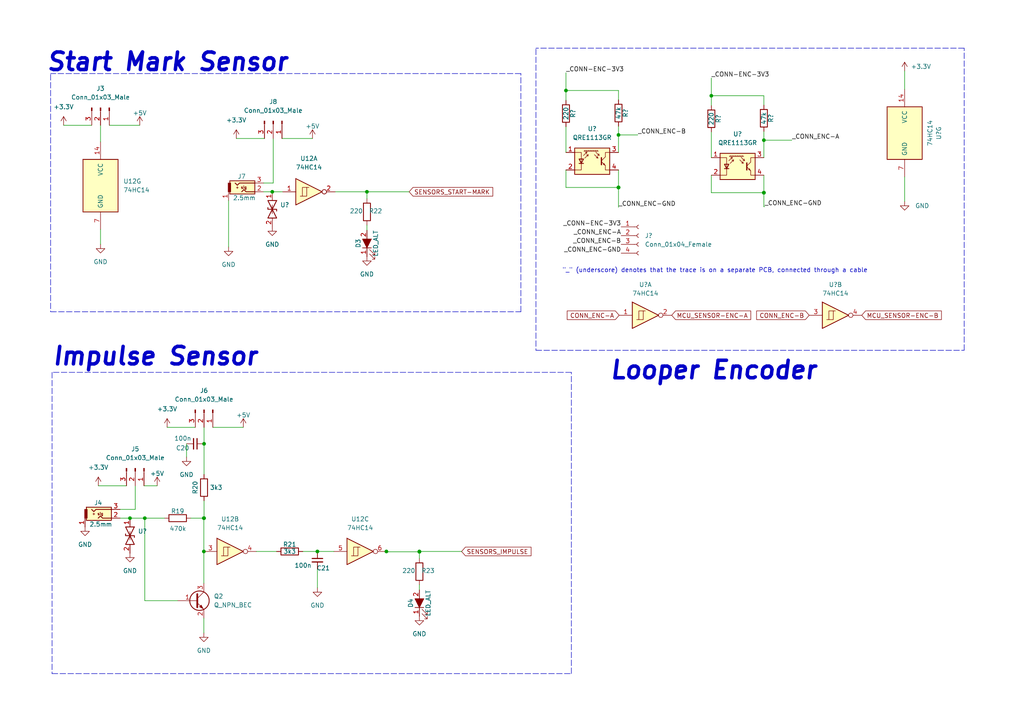
<source format=kicad_sch>
(kicad_sch (version 20211123) (generator eeschema)
  (paper "A4")
  (lib_symbols
    (symbol "74xx:74HC14" (pin_names (offset 1.016))
      (property "Reference" "U" (at 0 1.27 0))
      (property "Value" "74HC14" (at 0 -1.27 0))
      (symbol "74HC14_1_0"
        (polyline (pts (xy -3.81 3.81) (xy -3.81 -3.81) (xy 3.81 0) (xy -3.81 3.81)) (stroke (width 0.254)) (fill (type background)))
        (pin input line (at -7.62 0 0) (length 3.81) (name "~") (number "1"))
        (pin output inverted (at 7.62 0 180) (length 3.81) (name "~") (number "2"))
      )
      (symbol "74HC14_1_1"
        (polyline (pts (xy -1.905 -1.27) (xy -1.905 1.27) (xy -0.635 1.27)))
        (polyline (pts (xy -2.54 -1.27) (xy -0.635 -1.27) (xy -0.635 1.27) (xy 0 1.27)))
      )
      (symbol "74HC14_2_0"
        (polyline (pts (xy -3.81 3.81) (xy -3.81 -3.81) (xy 3.81 0) (xy -3.81 3.81)) (stroke (width 0.254)) (fill (type background)))
        (pin input line (at -7.62 0 0) (length 3.81) (name "~") (number "3"))
        (pin output inverted (at 7.62 0 180) (length 3.81) (name "~") (number "4"))
      )
      (symbol "74HC14_2_1"
        (polyline (pts (xy -1.905 -1.27) (xy -1.905 1.27) (xy -0.635 1.27)))
        (polyline (pts (xy -2.54 -1.27) (xy -0.635 -1.27) (xy -0.635 1.27) (xy 0 1.27)))
      )
      (symbol "74HC14_3_0"
        (polyline (pts (xy -3.81 3.81) (xy -3.81 -3.81) (xy 3.81 0) (xy -3.81 3.81)) (stroke (width 0.254)) (fill (type background)))
        (pin input line (at -7.62 0 0) (length 3.81) (name "~") (number "5"))
        (pin output inverted (at 7.62 0 180) (length 3.81) (name "~") (number "6"))
      )
      (symbol "74HC14_3_1"
        (polyline (pts (xy -1.905 -1.27) (xy -1.905 1.27) (xy -0.635 1.27)))
        (polyline (pts (xy -2.54 -1.27) (xy -0.635 -1.27) (xy -0.635 1.27) (xy 0 1.27)))
      )
      (symbol "74HC14_4_0"
        (polyline (pts (xy -3.81 3.81) (xy -3.81 -3.81) (xy 3.81 0) (xy -3.81 3.81)) (stroke (width 0.254)) (fill (type background)))
        (pin output inverted (at 7.62 0 180) (length 3.81) (name "~") (number "8"))
        (pin input line (at -7.62 0 0) (length 3.81) (name "~") (number "9"))
      )
      (symbol "74HC14_4_1"
        (polyline (pts (xy -1.905 -1.27) (xy -1.905 1.27) (xy -0.635 1.27)))
        (polyline (pts (xy -2.54 -1.27) (xy -0.635 -1.27) (xy -0.635 1.27) (xy 0 1.27)))
      )
      (symbol "74HC14_5_0"
        (polyline (pts (xy -3.81 3.81) (xy -3.81 -3.81) (xy 3.81 0) (xy -3.81 3.81)) (stroke (width 0.254)) (fill (type background)))
        (pin output inverted (at 7.62 0 180) (length 3.81) (name "~") (number "10"))
        (pin input line (at -7.62 0 0) (length 3.81) (name "~") (number "11"))
      )
      (symbol "74HC14_5_1"
        (polyline (pts (xy -1.905 -1.27) (xy -1.905 1.27) (xy -0.635 1.27)))
        (polyline (pts (xy -2.54 -1.27) (xy -0.635 -1.27) (xy -0.635 1.27) (xy 0 1.27)))
      )
      (symbol "74HC14_6_0"
        (polyline (pts (xy -3.81 3.81) (xy -3.81 -3.81) (xy 3.81 0) (xy -3.81 3.81)) (stroke (width 0.254)) (fill (type background)))
        (pin output inverted (at 7.62 0 180) (length 3.81) (name "~") (number "12"))
        (pin input line (at -7.62 0 0) (length 3.81) (name "~") (number "13"))
      )
      (symbol "74HC14_6_1"
        (polyline (pts (xy -1.905 -1.27) (xy -1.905 1.27) (xy -0.635 1.27)))
        (polyline (pts (xy -2.54 -1.27) (xy -0.635 -1.27) (xy -0.635 1.27) (xy 0 1.27)))
      )
      (symbol "74HC14_7_0"
        (pin power_in line (at 0 12.7 270) (length 5.08) (name "VCC") (number "14"))
        (pin power_in line (at 0 -12.7 90) (length 5.08) (name "GND") (number "7"))
      )
      (symbol "74HC14_7_1"
        (rectangle (start -5.08 7.62) (end 5.08 -7.62) (stroke (width 0.254)) (fill (type background)))
      )
    )
    (symbol "Connector:Conn_01x03_Male" (pin_names (offset 1.016) hide)
      (property "Reference" "J" (at 0 5.08 0))
      (property "Value" "Conn_01x03_Male" (at 0 -5.08 0))
      (symbol "Conn_01x03_Male_1_1"
        (polyline (pts (xy 1.27 -2.54) (xy 0.8636 -2.54)) (stroke (width 0.1524)))
        (polyline (pts (xy 1.27 0) (xy 0.8636 0)) (stroke (width 0.1524)))
        (polyline (pts (xy 1.27 2.54) (xy 0.8636 2.54)) (stroke (width 0.1524)))
        (rectangle (start 0.8636 -2.413) (end 0 -2.667) (stroke (width 0.1524)) (fill (type outline)))
        (rectangle (start 0.8636 0.127) (end 0 -0.127) (stroke (width 0.1524)) (fill (type outline)))
        (rectangle (start 0.8636 2.667) (end 0 2.413) (stroke (width 0.1524)) (fill (type outline)))
        (pin passive line (at 5.08 2.54 180) (length 3.81) (name "Pin_1") (number "1"))
        (pin passive line (at 5.08 0 180) (length 3.81) (name "Pin_2") (number "2"))
        (pin passive line (at 5.08 -2.54 180) (length 3.81) (name "Pin_3") (number "3"))
      )
    )
    (symbol "Connector:Conn_01x04_Female" (pin_names (offset 1.016) hide)
      (property "Reference" "J" (at 0 5.08 0))
      (property "Value" "Conn_01x04_Female" (at 0 -7.62 0))
      (symbol "Conn_01x04_Female_1_1"
        (arc (start 0 -4.572) (mid -0.508 -5.08) (end 0 -5.588) (stroke (width 0.1524)))
        (arc (start 0 -2.032) (mid -0.508 -2.54) (end 0 -3.048) (stroke (width 0.1524)))
        (polyline (pts (xy -1.27 -5.08) (xy -0.508 -5.08)) (stroke (width 0.1524)))
        (polyline (pts (xy -1.27 -2.54) (xy -0.508 -2.54)) (stroke (width 0.1524)))
        (polyline (pts (xy -1.27 0) (xy -0.508 0)) (stroke (width 0.1524)))
        (polyline (pts (xy -1.27 2.54) (xy -0.508 2.54)) (stroke (width 0.1524)))
        (arc (start 0 0.508) (mid -0.508 0) (end 0 -0.508) (stroke (width 0.1524)))
        (arc (start 0 3.048) (mid -0.508 2.54) (end 0 2.032) (stroke (width 0.1524)))
        (pin passive line (at -5.08 2.54 0) (length 3.81) (name "Pin_1") (number "1"))
        (pin passive line (at -5.08 0 0) (length 3.81) (name "Pin_2") (number "2"))
        (pin passive line (at -5.08 -2.54 0) (length 3.81) (name "Pin_3") (number "3"))
        (pin passive line (at -5.08 -5.08 0) (length 3.81) (name "Pin_4") (number "4"))
      )
    )
    (symbol "Device:Q_NPN_BEC" (pin_names (offset 0) hide)
      (property "Reference" "Q" (at 5.08 1.27 0))
      (property "Value" "Q_NPN_BEC" (at 5.08 -1.27 0))
      (symbol "Q_NPN_BEC_0_1"
        (polyline (pts (xy 0.635 0.635) (xy 2.54 2.54)))
        (polyline (pts (xy 0.635 -0.635) (xy 2.54 -2.54) (xy 2.54 -2.54)))
        (polyline (pts (xy 0.635 1.905) (xy 0.635 -1.905) (xy 0.635 -1.905)) (stroke (width 0.508)))
        (polyline (pts (xy 1.27 -1.778) (xy 1.778 -1.27) (xy 2.286 -2.286) (xy 1.27 -1.778) (xy 1.27 -1.778)) (fill (type outline)))
        (circle (center 1.27 0) (radius 2.8194) (stroke (width 0.254)))
      )
      (symbol "Q_NPN_BEC_1_1"
        (pin input line (at -5.08 0 0) (length 5.715) (name "B") (number "1"))
        (pin passive line (at 2.54 -5.08 90) (length 2.54) (name "E") (number "2"))
        (pin passive line (at 2.54 5.08 270) (length 2.54) (name "C") (number "3"))
      )
    )
    (symbol "OpenCelluloid-rescue:C-Device-upuaut_2Nils-rescue" (pin_numbers hide) (pin_names (offset 0.254))
      (property "Reference" "C" (at 0.635 2.54 0))
      (property "Value" "C-Device-upuaut_2Nils-rescue" (at 0.635 -2.54 0))
      (symbol "C-Device-upuaut_2Nils-rescue_0_1"
        (polyline (pts (xy -2.032 -0.762) (xy 2.032 -0.762)) (stroke (width 0.508)))
        (polyline (pts (xy -2.032 0.762) (xy 2.032 0.762)) (stroke (width 0.508)))
      )
      (symbol "C-Device-upuaut_2Nils-rescue_1_1"
        (pin passive line (at 0 3.81 270) (length 2.794) (name "~") (number "1"))
        (pin passive line (at 0 -3.81 90) (length 2.794) (name "~") (number "2"))
      )
    )
    (symbol "OpenCelluloid-rescue:GND-power-upuaut_2Nils-rescue" (power) (pin_names (offset 0))
      (property "Value" "GND-power-upuaut_2Nils-rescue" (at 0 -3.81 0))
      (symbol "GND-power-upuaut_2Nils-rescue_0_1"
        (polyline (pts (xy 0 0) (xy 0 -1.27) (xy 1.27 -1.27) (xy 0 -2.54) (xy -1.27 -1.27) (xy 0 -1.27)))
      )
      (symbol "GND-power-upuaut_2Nils-rescue_1_1"
        (pin power_in line (at 0 0 270) (length 0) hide (name "GND") (number "1"))
      )
    )
    (symbol "OpenCelluloid-rescue:PEC12R-ENCODER-knownParts" (pin_names (offset 1.016))
      (property "Reference" "SW" (at 2.54 -7.62 0))
      (property "Value" "PEC12R-ENCODER-knownParts" (at 3.81 -11.43 0))
      (symbol "PEC12R-ENCODER-knownParts_0_1"
        (rectangle (start -12.7 -1.27) (end 19.05 -13.97) (fill (type background)))
      )
      (symbol "PEC12R-ENCODER-knownParts_1_1"
        (pin input line (at -15.24 -2.54 0) (length 2.54) (name "CHANNEL-A") (number "1"))
        (pin input line (at -15.24 -5.08 0) (length 2.54) (name "GND") (number "2"))
        (pin input line (at -15.24 -7.62 0) (length 2.54) (name "CHANNEL-B") (number "3"))
        (pin input line (at 21.59 -5.08 180) (length 2.54) (name "VCC") (number "4"))
        (pin input line (at 21.59 -2.54 180) (length 2.54) (name "BUTTON") (number "5"))
      )
    )
    (symbol "OpenCelluloid-rescue:R-Device-upuaut_2Nils-rescue" (pin_numbers hide) (pin_names (offset 0))
      (property "Reference" "R" (at 2.032 0 90))
      (property "Value" "R-Device-upuaut_2Nils-rescue" (at 0 0 90))
      (symbol "R-Device-upuaut_2Nils-rescue_0_1"
        (rectangle (start -1.016 -2.54) (end 1.016 2.54) (stroke (width 0.254)))
      )
      (symbol "R-Device-upuaut_2Nils-rescue_1_1"
        (pin passive line (at 0 3.81 270) (length 1.27) (name "~") (number "1"))
        (pin passive line (at 0 -3.81 90) (length 1.27) (name "~") (number "2"))
      )
    )
    (symbol "Sensor_Proximity:QRE1113GR" (pin_names (offset 0.0254) hide)
      (property "Reference" "U" (at -3.81 5.08 0))
      (property "Value" "QRE1113GR" (at 11.43 5.08 0))
      (symbol "QRE1113GR_0_1"
        (polyline (pts (xy -3.81 -0.635) (xy -2.54 -0.635)) (stroke (width 0.254)))
        (polyline (pts (xy -2.286 2.921) (xy -2.032 3.175)))
        (polyline (pts (xy -1.778 2.921) (xy -1.524 3.175)))
        (polyline (pts (xy -1.524 2.667) (xy -1.651 2.159)))
        (polyline (pts (xy -1.27 2.921) (xy -1.016 3.175)))
        (polyline (pts (xy -1.143 1.905) (xy -1.27 1.397)))
        (polyline (pts (xy -0.762 2.921) (xy -0.508 3.175)))
        (polyline (pts (xy -0.254 2.921) (xy 0 3.175)))
        (polyline (pts (xy 0.254 2.921) (xy 0.508 3.175)))
        (polyline (pts (xy 0.762 2.921) (xy 1.016 3.175)))
        (polyline (pts (xy 1.27 2.921) (xy 1.524 3.175)))
        (polyline (pts (xy 1.651 0.889) (xy 1.143 1.016)))
        (polyline (pts (xy 1.778 2.921) (xy -2.413 2.921)))
        (polyline (pts (xy 2.032 1.651) (xy 1.524 1.778)))
        (polyline (pts (xy 2.667 -0.127) (xy 3.81 -1.27)))
        (polyline (pts (xy 2.667 0.127) (xy 3.81 1.27)))
        (polyline (pts (xy -2.54 1.651) (xy -1.524 2.667) (xy -2.032 2.54)))
        (polyline (pts (xy -2.159 0.889) (xy -1.143 1.905) (xy -1.651 1.778)))
        (polyline (pts (xy 0.635 1.905) (xy 1.651 0.889) (xy 1.524 1.397)))
        (polyline (pts (xy 1.016 2.667) (xy 2.032 1.651) (xy 1.905 2.159)))
        (polyline (pts (xy 2.667 1.016) (xy 2.667 -1.016) (xy 2.667 -1.016)) (stroke (width 0.3556)))
        (polyline (pts (xy 3.81 -1.27) (xy 3.81 -2.54) (xy 5.08 -2.54)))
        (polyline (pts (xy 3.81 1.27) (xy 3.81 2.54) (xy 5.08 2.54)))
        (polyline (pts (xy -5.08 -2.54) (xy -3.175 -2.54) (xy -3.175 2.54) (xy -5.08 2.54)))
        (polyline (pts (xy -3.175 -0.635) (xy -3.81 0.635) (xy -2.54 0.635) (xy -3.175 -0.635)) (stroke (width 0.254)))
        (polyline (pts (xy 3.683 -1.143) (xy 3.429 -0.635) (xy 3.175 -0.889) (xy 3.683 -1.143)))
        (polyline (pts (xy -5.08 -3.81) (xy 5.08 -3.81) (xy 5.08 3.81) (xy -5.08 3.81) (xy -5.08 -3.81)) (stroke (width 0.254)) (fill (type background)))
      )
      (symbol "QRE1113GR_1_1"
        (pin passive line (at -7.62 2.54 0) (length 2.54) (name "A") (number "1"))
        (pin passive line (at -7.62 -2.54 0) (length 2.54) (name "K") (number "2"))
        (pin open_collector line (at 7.62 2.54 180) (length 2.54) (name "~") (number "3"))
        (pin open_emitter line (at 7.62 -2.54 180) (length 2.54) (name "~") (number "4"))
      )
    )
    (symbol "Synkino-rescue:Conn_01x03_Male" (pin_names (offset 1.016) hide)
      (property "Reference" "J" (at 0 5.08 0))
      (property "Value" "Conn_01x03_Male" (at 0 -5.08 0))
      (symbol "Conn_01x03_Male_1_1"
        (polyline (pts (xy 1.27 -2.54) (xy 0.8636 -2.54)) (stroke (width 0.1524)))
        (polyline (pts (xy 1.27 0) (xy 0.8636 0)) (stroke (width 0.1524)))
        (polyline (pts (xy 1.27 2.54) (xy 0.8636 2.54)) (stroke (width 0.1524)))
        (rectangle (start 0.8636 -2.413) (end 0 -2.667) (stroke (width 0.1524)) (fill (type outline)))
        (rectangle (start 0.8636 0.127) (end 0 -0.127) (stroke (width 0.1524)) (fill (type outline)))
        (rectangle (start 0.8636 2.667) (end 0 2.413) (stroke (width 0.1524)) (fill (type outline)))
        (pin passive line (at 5.08 2.54 180) (length 3.81) (name "Pin_1") (number "1"))
        (pin passive line (at 5.08 0 180) (length 3.81) (name "Pin_2") (number "2"))
        (pin passive line (at 5.08 -2.54 180) (length 3.81) (name "Pin_3") (number "3"))
      )
    )
    (symbol "Synkino:+5V" (power) (pin_names (offset 0))
      (property "Value" "+5V" (at 0 3.556 0))
      (symbol "+5V_0_1"
        (polyline (pts (xy -0.762 1.27) (xy 0 2.54)))
        (polyline (pts (xy 0 0) (xy 0 2.54)))
        (polyline (pts (xy 0 2.54) (xy 0.762 1.27)))
      )
      (symbol "+5V_1_1"
        (pin power_in line (at 0 0 90) (length 0) hide (name "+5V") (number "1"))
      )
    )
    (symbol "Synkino:2.5mm" (pin_names (offset 1.016))
      (property "Reference" "J" (at -1.27 4.445 0))
      (property "Value" "2.5mm" (at -0.508 -1.778 0))
      (symbol "2.5mm_0_0"
        (text "+" (at -2.54 1.27 0) (effects (font (size 0.762 0.762))))
        (text "sig" (at -0.635 1.27 0) (effects (font (size 0.762 0.762))))
      )
      (symbol "2.5mm_0_1"
        (rectangle (start -4.699 3.175) (end 2.54 -0.635) (stroke (width 0.254)) (fill (type background)))
        (rectangle (start -4.445 0) (end -5.207 2.54) (fill (type outline)))
        (polyline (pts (xy -1.27 0) (xy -0.635 0.635) (xy 0 0) (xy 2.54 0)) (stroke (width 0.254)))
        (polyline (pts (xy 2.54 2.54) (xy -1.905 2.54) (xy -2.54 1.905) (xy -3.175 2.54)) (stroke (width 0.254)))
      )
      (symbol "2.5mm_1_1"
        (pin passive line (at -5.08 -2.54 90) (length 2.54) (name "~") (number "1"))
        (pin passive line (at 5.08 0 180) (length 2.54) (name "~") (number "2"))
        (pin passive line (at 5.08 2.54 180) (length 2.54) (name "~") (number "3"))
      )
    )
    (symbol "Synkino:C_Small" (pin_numbers hide) (pin_names (offset 0.254) hide)
      (property "Reference" "C" (at 0.254 1.778 0))
      (property "Value" "C_Small" (at 0.254 -2.032 0))
      (symbol "C_Small_0_1"
        (polyline (pts (xy -1.524 -0.508) (xy 1.524 -0.508)) (stroke (width 0.3302)))
        (polyline (pts (xy -1.524 0.508) (xy 1.524 0.508)) (stroke (width 0.3048)))
      )
      (symbol "C_Small_1_1"
        (pin passive line (at 0 2.54 270) (length 2.032) (name "~") (number "1"))
        (pin passive line (at 0 -2.54 90) (length 2.032) (name "~") (number "2"))
      )
    )
    (symbol "Synkino:LED_ALT" (pin_names (offset 1.016) hide)
      (property "Reference" "D" (at 0 2.54 0))
      (property "Value" "LED_ALT" (at 0 -2.54 0))
      (symbol "LED_ALT_0_1"
        (polyline (pts (xy -1.27 -1.27) (xy -1.27 1.27)) (stroke (width 0.2032)))
        (polyline (pts (xy -1.27 0) (xy 1.27 0)))
        (polyline (pts (xy 1.27 -1.27) (xy 1.27 1.27) (xy -1.27 0) (xy 1.27 -1.27)) (stroke (width 0.2032)) (fill (type outline)))
        (polyline (pts (xy -3.048 -0.762) (xy -4.572 -2.286) (xy -3.81 -2.286) (xy -4.572 -2.286) (xy -4.572 -1.524)))
        (polyline (pts (xy -1.778 -0.762) (xy -3.302 -2.286) (xy -2.54 -2.286) (xy -3.302 -2.286) (xy -3.302 -1.524)))
      )
      (symbol "LED_ALT_1_1"
        (pin passive line (at -3.81 0 0) (length 2.54) (name "K") (number "1"))
        (pin passive line (at 3.81 0 180) (length 2.54) (name "A") (number "2"))
      )
    )
    (symbol "Synkino:QRE1113" (pin_names (offset 1.016))
      (property "Reference" "U" (at -7.62 0 0))
      (property "Value" "QRE1113" (at 6.35 0 90))
      (symbol "QRE1113_1_1"
        (polyline (pts (xy 3.81 3.81) (xy 3.81 -3.81) (xy -5.08 -3.81) (xy -5.08 2.54) (xy -3.81 3.81) (xy 3.81 3.81)))
        (pin input line (at -2.54 8.89 270) (length 5.08) (name "L+") (number "1"))
        (pin input line (at -2.54 -8.89 90) (length 5.08) (name "L-") (number "2"))
        (pin output line (at 1.27 8.89 270) (length 5.08) (name "QC") (number "3"))
        (pin unspecified line (at 1.27 -8.89 90) (length 5.08) (name "QE") (number "4"))
      )
    )
    (symbol "Synkino:R" (pin_numbers hide) (pin_names (offset 0))
      (property "Reference" "R" (at 2.032 0 90))
      (property "Value" "R" (at 0 0 90))
      (symbol "R_0_1"
        (rectangle (start -1.016 -2.54) (end 1.016 2.54) (stroke (width 0.254)))
      )
      (symbol "R_1_1"
        (pin passive line (at 0 3.81 270) (length 1.27) (name "~") (number "1"))
        (pin passive line (at 0 -3.81 90) (length 1.27) (name "~") (number "2"))
      )
    )
    (symbol "ariadne-v3-cache:+3.3V" (power) (pin_names (offset 0))
      (property "Value" "ariadne-v3-cache_+3.3V" (at 0 3.556 0))
      (symbol "+3.3V_0_1"
        (polyline (pts (xy -0.762 1.27) (xy 0 2.54)))
        (polyline (pts (xy 0 0) (xy 0 2.54)))
        (polyline (pts (xy 0 2.54) (xy 0.762 1.27)))
      )
      (symbol "+3.3V_1_1"
        (pin power_in line (at 0 0 90) (length 0) hide (name "+3V3") (number "1"))
      )
    )
    (symbol "power:+3.3V" (power) (pin_names (offset 0))
      (property "Value" "+3.3V" (at 0 3.556 0))
      (symbol "+3.3V_0_1"
        (polyline (pts (xy -0.762 1.27) (xy 0 2.54)))
        (polyline (pts (xy 0 0) (xy 0 2.54)))
        (polyline (pts (xy 0 2.54) (xy 0.762 1.27)))
      )
      (symbol "+3.3V_1_1"
        (pin power_in line (at 0 0 90) (length 0) hide (name "+3.3V") (number "1"))
      )
    )
    (symbol "power:GND" (power) (pin_names (offset 0))
      (property "Value" "GND" (at 0 -3.81 0))
      (symbol "GND_0_1"
        (polyline (pts (xy 0 0) (xy 0 -1.27) (xy 1.27 -1.27) (xy 0 -2.54) (xy -1.27 -1.27) (xy 0 -1.27)))
      )
      (symbol "GND_1_1"
        (pin power_in line (at 0 0 270) (length 0) hide (name "GND") (number "1"))
      )
    )
    (symbol "power:GNDD" (power) (pin_names (offset 0))
      (property "Value" "power_GNDD" (at 0 -3.175 0))
      (symbol "GNDD_0_1"
        (rectangle (start -1.27 -1.524) (end 1.27 -2.032) (stroke (width 0.254)) (fill (type outline)))
        (polyline (pts (xy 0 0) (xy 0 -1.524)))
      )
      (symbol "GNDD_1_1"
        (pin power_in line (at 0 0 270) (length 0) hide (name "GNDD") (number "1"))
      )
    )
    (symbol "privateParts:PESD3V3L1BA-Bidirectional_Diode"
      (property "Reference" "U" (at 0 -5.08 0))
      (property "Value" "PESD3V3L1BA-Bidirectional_Diode" (at 0 -7.62 0))
      (symbol "PESD3V3L1BA-Bidirectional_Diode_0_1"
        (polyline (pts (xy 1.27 0) (xy -1.27 0)))
        (polyline (pts (xy 0.508 1.27) (xy 0 1.27) (xy 0 -1.27) (xy -0.508 -1.27)) (stroke (width 0.254)))
        (polyline (pts (xy -2.54 1.27) (xy -2.54 -1.27) (xy 2.54 1.27) (xy 2.54 -1.27) (xy -2.54 1.27)) (stroke (width 0.254)))
      )
      (symbol "PESD3V3L1BA-Bidirectional_Diode_1_1"
        (pin passive line (at -5.08 0 0) (length 2.54) (name "") (number "1"))
        (pin passive line (at 5.08 0 180) (length 2.54) (name "") (number "2"))
      )
    )
  )
  (junction (at 179.3908 54.3704))
  (junction (at 221.5548 55.8997))
  (junction (at 112.0794 159.9478))
  (junction (at 206.3148 27.7694))
  (junction (at 325.628 41.656))
  (junction (at 327.152 101.854))
  (junction (at 221.5548 40.6597))
  (junction (at 78.9671 55.626))
  (junction (at 106.426 55.626))
  (junction (at 370.078 41.656))
  (junction (at 221.5548 55.8878))
  (junction (at 179.3908 54.3757))
  (junction (at 325.628 46.736))
  (junction (at 92.063 159.9478))
  (junction (at 330.962 110.744))
  (junction (at 59.182 128.7216))
  (junction (at 37.6961 150.2878))
  (junction (at 59.1246 159.9478))
  (junction (at 59.1246 150.2878))
  (junction (at 121.6393 159.9478))
  (junction (at 59.182 150.2878))
  (junction (at 330.962 129.794))
  (junction (at 41.9935 150.2878))
  (junction (at 179.3908 39.1357))
  (junction (at 121.6393 160.0415))
  (junction (at 164.1508 26.252))
  (wire (pts (xy 61.722 123.952) (xy 70.5689 123.952)))
  (wire (pts (xy 59.1246 159.9478) (xy 59.1246 169.1428)))
  (wire (pts (xy 327.152 109.474) (xy 327.152 112.014)))
  (wire (pts (xy 327.152 98.044) (xy 327.152 101.854)))
  (wire (pts (xy 59.1246 179.3028) (xy 59.1246 183.578)))
  (polyline (pts (xy 165.723 107.996) (xy 15.101 107.996)))
  (wire (pts (xy 121.6393 159.9478) (xy 133.8803 159.9478)))
  (wire (pts (xy 342.392 129.794) (xy 342.392 103.124)))
  (wire (pts (xy 59.1246 150.2878) (xy 59.1246 159.9478)))
  (wire (pts (xy 325.628 46.736) (xy 312.928 46.736)))
  (wire (pts (xy 164.1508 21.1017) (xy 164.1508 26.252)))
  (wire (pts (xy 221.5548 40.6597) (xy 221.5548 45.7331)))
  (wire (pts (xy 179.3908 26.252) (xy 179.3908 28.9757)))
  (wire (pts (xy 370.078 41.656) (xy 363.728 41.656)))
  (polyline (pts (xy 151.0767 21.336) (xy 14.6787 21.336)))
  (wire (pts (xy 92.063 159.9478) (xy 96.8394 159.9478)))
  (wire (pts (xy 179.3908 54.3757) (xy 179.3908 60.1307)))
  (wire (pts (xy 221.5548 38.1131) (xy 221.5548 40.6597)))
  (wire (pts (xy 121.6393 160.0415) (xy 112.0794 160.0415)))
  (wire (pts (xy 262.382 51.308) (xy 262.382 58.42)))
  (wire (pts (xy 206.3148 50.8131) (xy 206.3148 55.8878)))
  (wire (pts (xy 327.152 101.854) (xy 330.962 101.854)))
  (polyline (pts (xy 14.6787 21.59) (xy 14.6787 90.424)))
  (wire (pts (xy 54.102 128.7216) (xy 54.102 132.5623)))
  (wire (pts (xy 179.3908 39.1357) (xy 184.9788 39.1357)))
  (wire (pts (xy 221.5548 55.8878) (xy 206.3148 55.8878)))
  (wire (pts (xy 221.5548 50.8131) (xy 221.5548 55.8878)))
  (wire (pts (xy 179.3908 39.1357) (xy 179.3908 44.2157)))
  (wire (pts (xy 92.063 165.0278) (xy 92.063 170.48)))
  (wire (pts (xy 206.3148 22.6191) (xy 206.3148 27.7694)))
  (wire (pts (xy 28.5188 140.9048) (xy 36.6867 140.9048)))
  (wire (pts (xy 164.1508 26.252) (xy 164.1508 29.1179)))
  (wire (pts (xy 81.788 40.1739) (xy 90.6349 40.1739)))
  (wire (pts (xy 41.9935 174.2228) (xy 51.5046 174.2228)))
  (polyline (pts (xy 14.6787 90.424) (xy 151.0767 90.424)))
  (wire (pts (xy 164.1508 49.2957) (xy 164.1508 54.3704)))
  (wire (pts (xy 376.428 41.656) (xy 370.078 41.656)))
  (wire (pts (xy 76.454 55.626) (xy 78.9671 55.626)))
  (wire (pts (xy 121.6393 160.0415) (xy 121.6393 161.9798)))
  (polyline (pts (xy 279.654 101.6) (xy 279.654 13.97)))
  (wire (pts (xy 106.426 55.626) (xy 118.667 55.626)))
  (polyline (pts (xy 151.0767 90.424) (xy 151.0767 21.336)))
  (wire (pts (xy 41.9935 150.2878) (xy 47.7192 150.2878)))
  (polyline (pts (xy 155.448 14.224) (xy 155.448 101.6)))
  (wire (pts (xy 29.1567 66.548) (xy 29.1567 70.8372)))
  (wire (pts (xy 78.9671 55.626) (xy 81.9887 55.626)))
  (wire (pts (xy 334.772 100.584) (xy 334.772 110.744)))
  (wire (pts (xy 106.426 55.626) (xy 106.426 57.658)))
  (wire (pts (xy 164.1508 54.3704) (xy 179.3908 54.3704)))
  (wire (pts (xy 121.6393 169.5998) (xy 121.6393 171.1238)))
  (wire (pts (xy 41.7667 140.9048) (xy 45.5835 140.9048)))
  (wire (pts (xy 315.468 41.656) (xy 325.628 41.656)))
  (wire (pts (xy 97.2287 55.626) (xy 106.426 55.626)))
  (wire (pts (xy 79.248 40.1739) (xy 79.248 53.086)))
  (wire (pts (xy 59.182 150.2878) (xy 59.1246 150.2878)))
  (wire (pts (xy 221.5548 55.8997) (xy 221.5548 59.944)))
  (wire (pts (xy 302.768 41.656) (xy 307.848 41.656)))
  (wire (pts (xy 34.8308 150.2878) (xy 37.6961 150.2878)))
  (wire (pts (xy 66.294 58.166) (xy 66.294 71.6361)))
  (wire (pts (xy 68.5401 40.1739) (xy 76.708 40.1739)))
  (polyline (pts (xy 15.101 195.372) (xy 165.723 195.372)))
  (wire (pts (xy 121.6393 159.9478) (xy 121.6393 160.0415)))
  (wire (pts (xy 325.628 41.656) (xy 326.898 41.656)))
  (wire (pts (xy 106.426 65.278) (xy 106.426 66.802)))
  (wire (pts (xy 179.3908 36.5957) (xy 179.3908 39.1357)))
  (polyline (pts (xy 155.448 101.6) (xy 279.654 101.6)))
  (wire (pts (xy 330.962 110.744) (xy 330.962 112.014)))
  (wire (pts (xy 164.1508 36.7379) (xy 164.1508 44.2157)))
  (wire (pts (xy 29.1567 36.342) (xy 29.1567 41.148)))
  (wire (pts (xy 221.5548 27.7694) (xy 206.3148 27.7694)))
  (wire (pts (xy 327.152 98.044) (xy 342.392 98.044)))
  (wire (pts (xy 79.248 53.086) (xy 76.454 53.086)))
  (wire (pts (xy 206.3148 38.2553) (xy 206.3148 45.7331)))
  (wire (pts (xy 59.182 145.228) (xy 59.182 150.2878)))
  (wire (pts (xy 334.772 110.744) (xy 330.962 110.744)))
  (wire (pts (xy 41.9935 150.2878) (xy 41.9935 174.2228)))
  (wire (pts (xy 112.0794 160.0415) (xy 112.0794 159.9478)))
  (wire (pts (xy 221.5548 40.6597) (xy 229.6828 40.6597)))
  (wire (pts (xy 366.268 44.196) (xy 363.728 44.196)))
  (wire (pts (xy 59.1246 150.2878) (xy 55.3392 150.2878)))
  (wire (pts (xy 327.152 129.794) (xy 330.962 129.794)))
  (wire (pts (xy 39.2267 147.7478) (xy 34.8308 147.7478)))
  (wire (pts (xy 59.182 123.952) (xy 59.182 128.7216)))
  (wire (pts (xy 262.382 20.574) (xy 262.382 25.908)))
  (wire (pts (xy 179.3908 26.252) (xy 164.1508 26.252)))
  (wire (pts (xy 179.3908 49.2957) (xy 179.3908 54.3704)))
  (polyline (pts (xy 15.101 107.996) (xy 15.101 195.372)))
  (wire (pts (xy 48.4741 123.952) (xy 56.642 123.952)))
  (polyline (pts (xy 165.723 195.372) (xy 165.723 107.996)))
  (wire (pts (xy 305.308 46.736) (xy 301.498 46.736)))
  (wire (pts (xy 87.8348 159.9478) (xy 92.063 159.9478)))
  (wire (pts (xy 37.6961 150.2878) (xy 41.9935 150.2878)))
  (wire (pts (xy 206.3148 27.7694) (xy 206.3148 30.6353)))
  (wire (pts (xy 74.3646 159.9478) (xy 80.2148 159.9478)))
  (wire (pts (xy 330.962 129.794) (xy 342.392 129.794)))
  (wire (pts (xy 59.182 128.7216) (xy 59.182 137.608)))
  (polyline (pts (xy 279.654 13.97) (xy 155.448 13.97)))
  (wire (pts (xy 342.392 100.584) (xy 334.772 100.584)))
  (wire (pts (xy 221.5548 27.7694) (xy 221.5548 30.4931)))
  (wire (pts (xy 325.628 46.736) (xy 326.898 46.736)))
  (wire (pts (xy 330.962 109.474) (xy 330.962 110.744)))
  (wire (pts (xy 39.2267 140.9048) (xy 39.2267 147.7478)))
  (wire (pts (xy 31.6967 36.342) (xy 40.5436 36.342)))
  (wire (pts (xy 221.5548 59.944) (xy 221.742 59.944)))
  (wire (pts (xy 18.4488 36.342) (xy 26.6167 36.342)))
  (text "Impulse Sensor" (at 14.847 106.472 0) (effects (font (size 5.08 5.08) bold italic) (justify left bottom)))
  (text "Start Mark Sensor" (at 13.208 21.082 0) (effects (font (size 5.08 5.08) bold italic) (justify left bottom)))
  (text "Encoder\n" (at 340.868 28.956 0) (effects (font (size 1.27 1.27)) (justify left bottom)))
  (text "\"_\" (underscore) denotes that the trace is on a separate PCB, connected through a cable" (at 163.068 79.248 0) (effects (font (size 1.27 1.27)) (justify left bottom)))
  (text "Looper Encoder" (at 176.53 110.49 0) (effects (font (size 5.08 5.08) bold italic) (justify left bottom)))
  (label "_CONN_ENC-A" (at 229.6828 40.6597 0))
  (label "_CONN_ENC-A" (at 180.1528 68.3457 180))
  (label "_CONN-ENC-3V3" (at 164.1508 21.1017 0))
  (label "_CONN-ENC-3V3" (at 180.1528 65.8057 180))
  (label "_CONN_ENC-GND" (at 179.3908 60.1307 0))
  (label "_CONN_ENC-GND" (at 180.1528 73.4257 180))
  (label "_CONN_ENC-GND" (at 221.742 59.944 0))
  (label "_CONN_ENC-B" (at 180.1528 70.8857 180))
  (label "_CONN-ENC-3V3" (at 206.3148 22.6191 0))
  (label "_CONN_ENC-B" (at 184.9788 39.1357 0))
  (global_label "MCU_SENSOR-ENC-A" (shape input) (at 194.818 91.44 0) (property "Intersheet References" "${INTERSHEET_REFS}" (effects hide)))
  (global_label "SENSORS_START-MARK" (shape input) (at 118.667 55.626 0) (property "Intersheet References" "${INTERSHEET_REFS}" (effects hide)))
  (global_label "SENSORS_IMPULSE" (shape input) (at 133.8803 159.9478 0) (property "Intersheet References" "${INTERSHEET_REFS}" (effects hide)))
  (global_label "_CHANNEL-B" (shape input) (at 316.738 46.736 270) (property "Intersheet References" "${INTERSHEET_REFS}" (effects hide)))
  (global_label "CONN_ENC-B" (shape input) (at 234.696 91.44 180) (property "Intersheet References" "${INTERSHEET_REFS}" (effects hide)))
  (global_label "MCU_SENSOR-ENC-B" (shape input) (at 249.936 91.44 0) (property "Intersheet References" "${INTERSHEET_REFS}" (effects hide)))
  (global_label "_ENCO-BUTTON" (shape input) (at 376.428 41.656 0) (property "Intersheet References" "${INTERSHEET_REFS}" (effects hide)))
  (global_label "_CHANNEL-A" (shape input) (at 320.548 41.656 90) (property "Intersheet References" "${INTERSHEET_REFS}" (effects hide)))
  (global_label "CONN_ENC-A" (shape input) (at 179.578 91.44 180) (property "Intersheet References" "${INTERSHEET_REFS}" (effects hide)))
  (symbol (lib_id "OpenCelluloid-rescue:PEC12R-ENCODER-knownParts") (at 342.138 39.116 0) (unit 1)
    (property "Reference" "U?" (at 345.313 35.941 0))
    (property "Value" "PEC12R-ENCODER" (at 345.313 38.2524 0))
    (property "Footprint" "knownParts:PEC12R-Encoder" (effects hide))
  )
  (symbol (lib_id "74xx:74HC14") (at 187.198 91.44 0) (unit 1)
    (property "Reference" "U?" (at 187.198 82.55 0))
    (property "Value" "74HC14" (at 187.198 85.09 0))
    (property "Datasheet" "http://www.ti.com/lit/gpn/sn74HC14" (effects hide))
  )
  (symbol (lib_id "Synkino:R") (at 51.5292 150.2878 270) (mirror x) (unit 1)
    (property "Reference" "R19" (at 51.5292 148.2558 90))
    (property "Value" "470k" (at 51.603 153.3296 90))
    (property "Footprint" "Resistors_SMD:R_0805_HandSoldering" (effects hide))
  )
  (symbol (lib_id "Synkino:R") (at 121.6393 165.7898 0) (unit 1)
    (property "Reference" "R23" (at 124.1446 165.5358 0))
    (property "Value" "220" (at 118.5566 165.5358 0))
    (property "Footprint" "Resistors_SMD:R_0805_HandSoldering" (effects hide))
  )
  (symbol (lib_id "Synkino:LED_ALT") (at 106.426 70.612 90) (unit 1)
    (property "Reference" "D3" (at 103.886 70.612 0))
    (property "Value" "LED_ALT" (at 108.966 70.612 0))
    (property "Footprint" "LEDs:LED_0805_HandSoldering" (effects hide))
  )
  (symbol (lib_id "power:+3.3V") (at 28.5188 140.9048 0) (unit 1)
    (property "Reference" "#PWR042" (effects hide))
    (property "Value" "+3.3V" (at 28.5188 135.5708 0))
  )
  (symbol (lib_id "power:GND") (at 106.426 74.422 0) (unit 1)
    (property "Reference" "#PWR053" (effects hide))
    (property "Value" "GND" (at 106.426 79.5267 0))
  )
  (symbol (lib_id "74xx:74HC14") (at 89.6087 55.626 0) (unit 1)
    (property "Reference" "U12" (at 89.6087 45.974 0))
    (property "Value" "74HC14" (at 89.6087 48.514 0))
    (property "Datasheet" "http://www.ti.com/lit/gpn/sn74HC14" (effects hide))
  )
  (symbol (lib_id "OpenCelluloid-rescue:C-Device-upuaut_2Nils-rescue") (at 325.628 37.846 0) (unit 1)
    (property "Reference" "C?" (at 328.549 36.6776 0) (effects (justify left)))
    (property "Value" "0.01uF" (at 328.549 38.989 0) (effects (justify left)))
    (property "Footprint" "Capacitor_THT:C_Rect_L7.0mm_W3.5mm_P5.00mm" (effects hide))
  )
  (symbol (lib_id "power:+3.3V") (at 48.4741 123.952 0) (unit 1)
    (property "Reference" "#PWR045" (effects hide))
    (property "Value" "+3.3V" (at 48.4741 118.618 0))
  )
  (symbol (lib_id "privateParts:PESD3V3L1BA-Bidirectional_Diode") (at 37.6961 155.3678 270) (unit 1)
    (property "Reference" "U?" (at 40.0075 154.0977 90) (effects (justify left)))
    (property "Value" "PESD3V3L1BA-Bidirectional_Diode" (effects hide))
    (property "Footprint" "Diode_SMD:D_SOD-323" (effects hide))
    (property "Datasheet" "https://assets.nexperia.com/documents/data-sheet/PESDXL1BA_SER.pdf" (effects hide))
    (property "Manufacturer_PN" "PESD3V3L1BA,115" (effects hide))
    (property "Digi-Key_PN" "1727-3825-1-ND" (effects hide))
  )
  (symbol (lib_id "Synkino:+5V") (at 70.5689 123.952 0) (mirror y) (unit 1)
    (property "Reference" "#PWR050" (effects hide))
    (property "Value" "+5V" (at 70.5689 120.396 0))
  )
  (symbol (lib_id "Connector:Conn_01x04_Female") (at 185.2328 68.3457 0) (unit 1)
    (property "Reference" "J?" (at 187.0108 68.3456 0) (effects (justify left)))
    (property "Value" "Conn_01x04_Female" (at 187.0108 70.8856 0) (effects (justify left)))
  )
  (symbol (lib_id "OpenCelluloid-rescue:GND-power-upuaut_2Nils-rescue") (at 326.898 44.196 270) (unit 1)
    (property "Reference" "#PWR?" (effects hide))
    (property "Value" "GND" (at 323.6468 44.323 90) (effects (justify right)))
  )
  (symbol (lib_id "power:GND") (at 37.6961 160.4478 0) (mirror y) (unit 1)
    (property "Reference" "#PWR?" (effects hide))
    (property "Value" "GND" (at 37.6961 165.5525 0))
  )
  (symbol (lib_id "Synkino:C_Small") (at 56.642 128.7216 270) (mirror x) (unit 1)
    (property "Reference" "C20" (at 51.0212 129.9499 90) (effects (justify left)))
    (property "Value" "100n" (at 50.5132 127.1559 90) (effects (justify left)))
    (property "Footprint" "Capacitor_SMD:C_1206_3216Metric_Pad1.33x1.80mm_HandSolder" (effects hide))
  )
  (symbol (lib_id "power:GNDD") (at 325.628 54.356 0) (unit 1)
    (property "Reference" "#PWR?" (effects hide))
    (property "Value" "GNDD" (at 325.7296 58.293 0))
  )
  (symbol (lib_id "Synkino-rescue:Conn_01x03_Male") (at 347.472 100.584 180) (unit 1)
    (property "Reference" "J?" (at 347.472 105.664 0))
    (property "Value" "EYE1_OUT" (at 347.472 95.504 0))
    (property "Footprint" "Pin_Headers:Pin_Header_Straight_1x03_Pitch2.54mm" (effects hide))
  )
  (symbol (lib_id "ariadne-v3-cache:+3.3V") (at 366.268 44.196 0) (unit 1)
    (property "Reference" "#PWR?" (effects hide))
    (property "Value" "+3.3V" (at 366.649 39.8018 0))
  )
  (symbol (lib_id "74xx:74HC14") (at 104.4594 159.9478 0) (unit 3)
    (property "Reference" "U12" (at 104.4594 150.5498 0))
    (property "Value" "74HC14" (at 104.4594 153.0898 0))
    (property "Datasheet" "http://www.ti.com/lit/gpn/sn74HC14" (effects hide))
  )
  (symbol (lib_id "Connector:Conn_01x03_Male") (at 59.182 118.872 270) (unit 1)
    (property "Reference" "J6" (at 59.182 113.284 90))
    (property "Value" "Conn_01x03_Male" (at 59.182 115.824 90))
  )
  (symbol (lib_id "power:GNDD") (at 370.078 34.036 180) (unit 1)
    (property "Reference" "#PWR?" (effects hide))
    (property "Value" "GNDD" (at 369.9764 30.099 0))
  )
  (symbol (lib_id "Synkino:LED_ALT") (at 121.6393 174.9338 90) (unit 1)
    (property "Reference" "D4" (at 119.0993 174.9338 0))
    (property "Value" "LED_ALT" (at 124.1793 174.9338 0))
    (property "Footprint" "LEDs:LED_0805_HandSoldering" (effects hide))
  )
  (symbol (lib_id "Synkino:R") (at 164.1508 32.9279 0) (unit 1)
    (property "Reference" "R?" (at 166.1828 32.9279 90))
    (property "Value" "220" (at 164.1508 32.9279 90))
    (property "Footprint" "Resistors_SMD:R_0805_HandSoldering" (effects hide))
  )
  (symbol (lib_id "OpenCelluloid-rescue:C-Device-upuaut_2Nils-rescue") (at 325.628 50.546 0) (unit 1)
    (property "Reference" "C?" (at 328.549 49.3776 0) (effects (justify left)))
    (property "Value" "0.01uF" (at 328.549 51.689 0) (effects (justify left)))
    (property "Footprint" "Capacitor_THT:C_Rect_L7.0mm_W3.5mm_P5.00mm" (effects hide))
  )
  (symbol (lib_id "Synkino:C_Small") (at 92.063 162.4878 0) (mirror y) (unit 1)
    (property "Reference" "C21" (at 95.7252 164.7658 0) (effects (justify left)))
    (property "Value" "100n" (at 90.3912 164.0038 0) (effects (justify left)))
    (property "Footprint" "Capacitor_SMD:C_1206_3216Metric_Pad1.33x1.80mm_HandSolder" (effects hide))
  )
  (symbol (lib_id "power:GND") (at 59.1246 183.578 0) (mirror y) (unit 1)
    (property "Reference" "#PWR047" (effects hide))
    (property "Value" "GND" (at 59.1246 188.6827 0))
  )
  (symbol (lib_id "OpenCelluloid-rescue:R-Device-upuaut_2Nils-rescue") (at 370.078 37.846 0) (unit 1)
    (property "Reference" "R?" (at 375.3358 37.846 90))
    (property "Value" "10K" (at 372.618 37.846 90))
    (property "Footprint" "Resistor_THT:R_Axial_DIN0204_L3.6mm_D1.6mm_P7.62mm_Horizontal" (effects hide))
  )
  (symbol (lib_id "power:GND") (at 78.9671 65.786 0) (mirror y) (unit 1)
    (property "Reference" "#PWR?" (effects hide))
    (property "Value" "GND" (at 78.9671 70.8907 0))
  )
  (symbol (lib_id "power:GND") (at 66.294 71.6361 0) (unit 1)
    (property "Reference" "#PWR048" (effects hide))
    (property "Value" "GND" (at 66.294 76.7408 0))
  )
  (symbol (lib_id "ariadne-v3-cache:+3.3V") (at 302.768 41.656 0) (unit 1)
    (property "Reference" "#PWR?" (effects hide))
    (property "Value" "+3.3V" (at 303.149 37.2618 0))
  )
  (symbol (lib_id "Synkino:R") (at 206.3148 34.4453 0) (unit 1)
    (property "Reference" "R?" (at 208.3468 34.4453 90))
    (property "Value" "220" (at 206.3148 34.4453 90))
    (property "Footprint" "Resistors_SMD:R_0805_HandSoldering" (effects hide))
  )
  (symbol (lib_id "Connector:Conn_01x03_Male") (at 39.2267 135.8248 270) (unit 1)
    (property "Reference" "J5" (at 39.2267 130.2368 90))
    (property "Value" "Conn_01x03_Male" (at 39.2267 132.7768 90))
  )
  (symbol (lib_id "Sensor_Proximity:QRE1113GR") (at 213.9348 48.2731 0) (unit 1)
    (property "Reference" "U?" (at 213.9348 38.8751 0))
    (property "Value" "QRE1113GR" (at 213.9348 41.4151 0))
    (property "Footprint" "OptoDevice:OnSemi_CASE100CY" (effects hide))
    (property "Datasheet" "http://www.onsemi.com/pub/Collateral/QRE1113-D.PDF" (effects hide))
  )
  (symbol (lib_id "Connector:Conn_01x03_Male") (at 79.248 35.0939 270) (unit 1)
    (property "Reference" "J8" (at 79.248 29.5059 90))
    (property "Value" "Conn_01x03_Male" (at 79.248 32.0459 90))
  )
  (symbol (lib_id "Synkino:+5V") (at 40.5436 36.342 0) (mirror y) (unit 1)
    (property "Reference" "#PWR043" (effects hide))
    (property "Value" "+5V" (at 40.5436 32.786 0))
  )
  (symbol (lib_id "power:GND") (at 121.6393 178.7438 0) (unit 1)
    (property "Reference" "#PWR054" (effects hide))
    (property "Value" "GND" (at 121.6393 183.8485 0))
  )
  (symbol (lib_id "Synkino:2.5mm") (at 29.7508 150.2878 0) (unit 1)
    (property "Reference" "J4" (at 28.4808 145.8428 0))
    (property "Value" "2.5mm" (at 29.2428 152.0658 0))
    (property "Footprint" "Synkino:SJ1-2503" (effects hide))
  )
  (symbol (lib_id "74xx:74HC14") (at 29.1567 53.848 0) (unit 7)
    (property "Reference" "U12" (at 35.7607 52.5779 0) (effects (justify left)))
    (property "Value" "74HC14" (at 35.7607 55.1179 0) (effects (justify left)))
    (property "Datasheet" "http://www.ti.com/lit/gpn/sn74HC14" (effects hide))
  )
  (symbol (lib_id "74xx:74HC14") (at 262.382 38.608 0) (unit 7)
    (property "Reference" "U?" (at 272.288 38.608 90))
    (property "Value" "74HC14" (at 269.748 38.608 90))
    (property "Datasheet" "http://www.ti.com/lit/gpn/sn74HC14" (effects hide))
  )
  (symbol (lib_id "Synkino:R") (at 59.182 141.418 0) (mirror x) (unit 1)
    (property "Reference" "R20" (at 56.6092 141.3978 90))
    (property "Value" "3k3" (at 62.7052 141.3978 0))
    (property "Footprint" "Resistors_SMD:R_0805_HandSoldering" (effects hide))
  )
  (symbol (lib_id "Synkino:+5V") (at 90.6349 40.1739 0) (mirror y) (unit 1)
    (property "Reference" "#PWR051" (effects hide))
    (property "Value" "+5V" (at 90.6349 36.6179 0))
  )
  (symbol (lib_id "power:+3.3V") (at 68.5401 40.1739 0) (unit 1)
    (property "Reference" "#PWR049" (effects hide))
    (property "Value" "+3.3V" (at 68.5401 34.8399 0))
  )
  (symbol (lib_id "Synkino:R") (at 179.3908 32.7857 0) (unit 1)
    (property "Reference" "R?" (at 181.4228 32.7857 90))
    (property "Value" "47k" (at 179.3908 32.7857 90))
    (property "Footprint" "Resistors_SMD:R_0805_HandSoldering" (effects hide))
  )
  (symbol (lib_id "power:+3.3V") (at 262.382 20.574 0) (unit 1)
    (property "Reference" "#PWR?" (effects hide))
    (property "Value" "+3.3V" (at 264.16 19.3039 0) (effects (justify left)))
  )
  (symbol (lib_id "Synkino:+5V") (at 45.5835 140.9048 0) (mirror y) (unit 1)
    (property "Reference" "#PWR044" (effects hide))
    (property "Value" "+5V" (at 45.5835 137.3488 0))
  )
  (symbol (lib_id "OpenCelluloid-rescue:R-Device-upuaut_2Nils-rescue") (at 309.118 46.736 90) (unit 1)
    (property "Reference" "R?" (at 309.118 41.4782 90))
    (property "Value" "10K" (at 309.118 44.196 90))
    (property "Footprint" "Resistor_THT:R_Axial_DIN0204_L3.6mm_D1.6mm_P7.62mm_Horizontal" (effects hide))
  )
  (symbol (lib_id "Device:Q_NPN_BEC") (at 56.5846 174.2228 0) (unit 1)
    (property "Reference" "Q2" (at 62.0088 172.9527 0) (effects (justify left)))
    (property "Value" "Q_NPN_BEC" (at 62.0088 175.4927 0) (effects (justify left)))
  )
  (symbol (lib_id "74xx:74HC14") (at 66.7446 159.9478 0) (unit 2)
    (property "Reference" "U12" (at 66.7446 150.5498 0))
    (property "Value" "74HC14" (at 66.7446 153.0898 0))
    (property "Datasheet" "http://www.ti.com/lit/gpn/sn74HC14" (effects hide))
  )
  (symbol (lib_id "power:GNDD") (at 325.628 34.036 180) (unit 1)
    (property "Reference" "#PWR?" (effects hide))
    (property "Value" "GNDD" (at 325.5264 30.099 0))
  )
  (symbol (lib_id "power:GND") (at 29.1567 70.8372 0) (unit 1)
    (property "Reference" "#PWR041" (effects hide))
    (property "Value" "GND" (at 29.1567 75.9419 0))
  )
  (symbol (lib_id "74xx:74HC14") (at 242.316 91.44 0) (unit 2)
    (property "Reference" "U?" (at 242.316 82.55 0))
    (property "Value" "74HC14" (at 242.316 85.09 0))
    (property "Datasheet" "http://www.ti.com/lit/gpn/sn74HC14" (effects hide))
  )
  (symbol (lib_id "power:GND") (at 262.382 58.42 0) (unit 1)
    (property "Reference" "#PWR?" (effects hide))
    (property "Value" "GND" (at 265.43 59.6899 0) (effects (justify left)))
  )
  (symbol (lib_id "power:+3.3V") (at 18.4488 36.342 0) (unit 1)
    (property "Reference" "#PWR039" (effects hide))
    (property "Value" "+3.3V" (at 18.4488 31.008 0))
  )
  (symbol (lib_id "Synkino:R") (at 327.152 105.664 0) (unit 1)
    (property "Reference" "R?" (at 329.184 105.664 90))
    (property "Value" "220" (at 327.152 105.664 90))
    (property "Footprint" "Resistors_SMD:R_0805_HandSoldering" (effects hide))
  )
  (symbol (lib_id "power:GND") (at 24.6708 152.8278 0) (mirror y) (unit 1)
    (property "Reference" "#PWR040" (effects hide))
    (property "Value" "GND" (at 24.6708 157.9325 0))
  )
  (symbol (lib_id "privateParts:PESD3V3L1BA-Bidirectional_Diode") (at 78.9671 60.706 270) (unit 1)
    (property "Reference" "U?" (at 81.2785 59.4359 90) (effects (justify left)))
    (property "Value" "PESD3V3L1BA-Bidirectional_Diode" (effects hide))
    (property "Footprint" "Diode_SMD:D_SOD-323" (effects hide))
    (property "Datasheet" "https://assets.nexperia.com/documents/data-sheet/PESDXL1BA_SER.pdf" (effects hide))
    (property "Manufacturer_PN" "PESD3V3L1BA,115" (effects hide))
    (property "Digi-Key_PN" "1727-3825-1-ND" (effects hide))
  )
  (symbol (lib_id "power:GND") (at 92.063 170.48 0) (mirror y) (unit 1)
    (property "Reference" "#PWR052" (effects hide))
    (property "Value" "GND" (at 92.063 175.5847 0))
  )
  (symbol (lib_id "Synkino:R") (at 84.0248 159.9478 90) (unit 1)
    (property "Reference" "R21" (at 84.0248 157.9158 90))
    (property "Value" "3k3" (at 84.0248 159.9478 90))
    (property "Footprint" "Resistors_SMD:R_0805_HandSoldering" (effects hide))
  )
  (symbol (lib_id "ariadne-v3-cache:+3.3V") (at 301.498 46.736 0) (unit 1)
    (property "Reference" "#PWR?" (effects hide))
    (property "Value" "+3.3V" (at 301.879 42.3418 0))
  )
  (symbol (lib_id "OpenCelluloid-rescue:R-Device-upuaut_2Nils-rescue") (at 311.658 41.656 90) (unit 1)
    (property "Reference" "R?" (at 311.658 36.3982 90))
    (property "Value" "10K" (at 311.658 39.116 90))
    (property "Footprint" "Resistor_THT:R_Axial_DIN0204_L3.6mm_D1.6mm_P7.62mm_Horizontal" (effects hide))
  )
  (symbol (lib_id "Synkino:R") (at 221.5548 34.3031 0) (unit 1)
    (property "Reference" "R?" (at 223.5868 34.3031 90))
    (property "Value" "47k" (at 221.5548 34.3031 90))
    (property "Footprint" "Resistors_SMD:R_0805_HandSoldering" (effects hide))
  )
  (symbol (lib_id "Synkino:2.5mm") (at 71.374 55.626 0) (unit 1)
    (property "Reference" "J7" (at 70.104 51.181 0))
    (property "Value" "2.5mm" (at 70.866 57.404 0))
    (property "Footprint" "Synkino:SJ1-2503" (effects hide))
  )
  (symbol (lib_id "Sensor_Proximity:QRE1113GR") (at 171.7708 46.7557 0) (unit 1)
    (property "Reference" "U?" (at 171.7708 37.3577 0))
    (property "Value" "QRE1113GR" (at 171.7708 39.8977 0))
    (property "Footprint" "OptoDevice:OnSemi_CASE100CY" (effects hide))
    (property "Datasheet" "http://www.onsemi.com/pub/Collateral/QRE1113-D.PDF" (effects hide))
  )
  (symbol (lib_id "Synkino:R") (at 330.962 105.664 0) (unit 1)
    (property "Reference" "R?" (at 332.994 105.664 90))
    (property "Value" "47k" (at 330.962 105.664 90))
    (property "Footprint" "Resistors_SMD:R_0805_HandSoldering" (effects hide))
  )
  (symbol (lib_id "Connector:Conn_01x03_Male") (at 29.1567 31.262 270) (unit 1)
    (property "Reference" "J3" (at 29.1567 25.674 90))
    (property "Value" "Conn_01x03_Male" (at 29.1567 28.214 90))
  )
  (symbol (lib_id "Synkino:R") (at 106.426 61.468 0) (unit 1)
    (property "Reference" "R22" (at 108.9313 61.214 0))
    (property "Value" "220" (at 103.3433 61.214 0))
    (property "Footprint" "Resistors_SMD:R_0805_HandSoldering" (effects hide))
  )
  (symbol (lib_id "power:GND") (at 54.102 132.5623 0) (mirror y) (unit 1)
    (property "Reference" "#PWR046" (effects hide))
    (property "Value" "GND" (at 54.102 137.667 0))
  )
  (symbol (lib_id "Synkino:QRE1113") (at 329.692 120.904 0) (unit 1)
    (property "Reference" "U?" (at 323.342 115.824 0) (effects (font (size 1.524 1.524))))
    (property "Value" "QRE1113" (at 336.042 120.904 90) (effects (font (size 1.524 1.524))))
    (property "Footprint" "lib_fp:QRE1113GR" (effects hide))
  )
)
</source>
